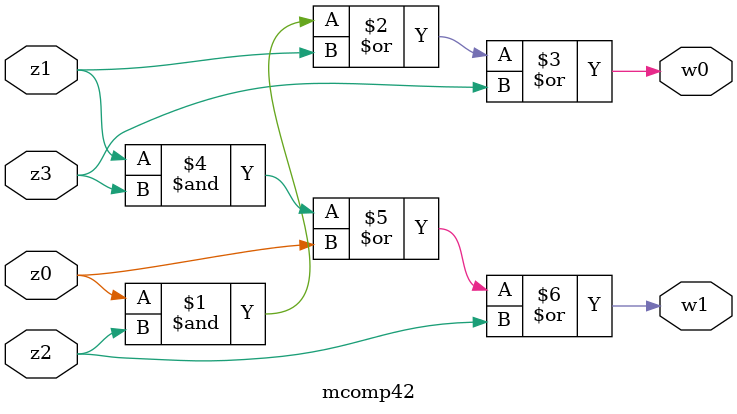
<source format=v>
module mcomp42(w0,w1,z0,z1,z2,z3);
input z0,z1,z2,z3;
output wire w0,w1;




assign w0 = (z0&z2)|z1|z3;
assign w1 = (z1&z3)|z0|z2;


endmodule

</source>
